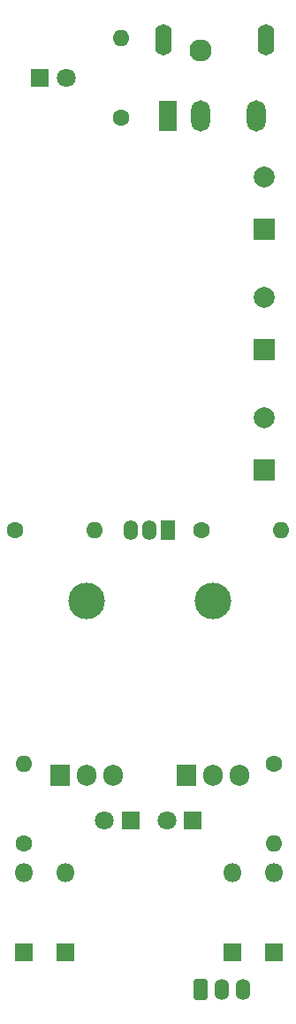
<source format=gbr>
%TF.GenerationSoftware,KiCad,Pcbnew,9.0.1*%
%TF.CreationDate,2025-05-21T18:26:19+10:00*%
%TF.ProjectId,Power,506f7765-722e-46b6-9963-61645f706362,rev?*%
%TF.SameCoordinates,Original*%
%TF.FileFunction,Soldermask,Bot*%
%TF.FilePolarity,Negative*%
%FSLAX46Y46*%
G04 Gerber Fmt 4.6, Leading zero omitted, Abs format (unit mm)*
G04 Created by KiCad (PCBNEW 9.0.1) date 2025-05-21 18:26:19*
%MOMM*%
%LPD*%
G01*
G04 APERTURE LIST*
G04 Aperture macros list*
%AMRoundRect*
0 Rectangle with rounded corners*
0 $1 Rounding radius*
0 $2 $3 $4 $5 $6 $7 $8 $9 X,Y pos of 4 corners*
0 Add a 4 corners polygon primitive as box body*
4,1,4,$2,$3,$4,$5,$6,$7,$8,$9,$2,$3,0*
0 Add four circle primitives for the rounded corners*
1,1,$1+$1,$2,$3*
1,1,$1+$1,$4,$5*
1,1,$1+$1,$6,$7*
1,1,$1+$1,$8,$9*
0 Add four rect primitives between the rounded corners*
20,1,$1+$1,$2,$3,$4,$5,0*
20,1,$1+$1,$4,$5,$6,$7,0*
20,1,$1+$1,$6,$7,$8,$9,0*
20,1,$1+$1,$8,$9,$2,$3,0*%
G04 Aperture macros list end*
%ADD10RoundRect,0.291666X-0.408334X-0.708334X0.408334X-0.708334X0.408334X0.708334X-0.408334X0.708334X0*%
%ADD11O,1.400000X2.000000*%
%ADD12R,2.000000X2.000000*%
%ADD13C,2.000000*%
%ADD14C,3.500000*%
%ADD15R,1.905000X2.000000*%
%ADD16O,1.905000X2.000000*%
%ADD17R,1.800000X1.800000*%
%ADD18C,1.800000*%
%ADD19O,1.800000X1.800000*%
%ADD20C,2.130000*%
%ADD21O,1.800000X3.000000*%
%ADD22R,1.800000X3.000000*%
%ADD23O,1.600000X3.000000*%
%ADD24C,1.600000*%
%ADD25O,1.600000X1.600000*%
%ADD26R,1.350000X1.900000*%
%ADD27O,1.350000X1.900000*%
G04 APERTURE END LIST*
D10*
%TO.C,J2*%
X120160000Y-134178680D03*
D11*
X122160000Y-134178680D03*
X124160000Y-134178680D03*
%TD*%
D12*
%TO.C,C3*%
X126250000Y-84500000D03*
D13*
X126250000Y-79500000D03*
%TD*%
D14*
%TO.C,U1*%
X109200000Y-97020000D03*
D15*
X106660000Y-113680000D03*
D16*
X111740000Y-113680000D03*
X109200000Y-113680000D03*
%TD*%
D17*
%TO.C,C4*%
X113410000Y-118000000D03*
D18*
X110910000Y-118000000D03*
%TD*%
D17*
%TO.C,C5*%
X119410000Y-118000000D03*
D18*
X116910000Y-118000000D03*
%TD*%
D12*
%TO.C,C1*%
X126250000Y-61500000D03*
D13*
X126250000Y-56500000D03*
%TD*%
D17*
%TO.C,D2*%
X123160000Y-130640000D03*
D19*
X123160000Y-123020000D03*
%TD*%
D17*
%TO.C,D4*%
X127160000Y-130640000D03*
D19*
X127160000Y-123020000D03*
%TD*%
D20*
%TO.C,J1*%
X120160000Y-44350000D03*
D21*
X125460000Y-50650000D03*
D22*
X116960000Y-50650000D03*
D21*
X120160000Y-50650000D03*
D23*
X126360000Y-43350000D03*
X116560000Y-43350000D03*
%TD*%
D24*
%TO.C,R3*%
X103160000Y-120260000D03*
D25*
X103160000Y-112640000D03*
%TD*%
D12*
%TO.C,C2*%
X126250000Y-73000000D03*
D13*
X126250000Y-68000000D03*
%TD*%
D24*
%TO.C,R2*%
X120190000Y-90250000D03*
D25*
X127810000Y-90250000D03*
%TD*%
D26*
%TO.C,U3*%
X116970001Y-90250000D03*
D27*
X115200001Y-90250000D03*
X113470001Y-90250000D03*
%TD*%
D24*
%TO.C,R1*%
X102390000Y-90250000D03*
D25*
X110010000Y-90250000D03*
%TD*%
D24*
%TO.C,R4*%
X127160000Y-112640000D03*
D25*
X127160000Y-120260000D03*
%TD*%
D14*
%TO.C,U2*%
X121300002Y-97020000D03*
D15*
X118760002Y-113680000D03*
D16*
X121300002Y-113680000D03*
X123840002Y-113680000D03*
%TD*%
D24*
%TO.C,R5*%
X112500000Y-50810000D03*
D25*
X112500000Y-43190000D03*
%TD*%
D17*
%TO.C,D5*%
X104750000Y-47000000D03*
D18*
X107290000Y-47000000D03*
%TD*%
D17*
%TO.C,D3*%
X103160000Y-130640000D03*
D19*
X103160000Y-123020000D03*
%TD*%
D17*
%TO.C,D1*%
X107160000Y-130640000D03*
D19*
X107160000Y-123020000D03*
%TD*%
M02*

</source>
